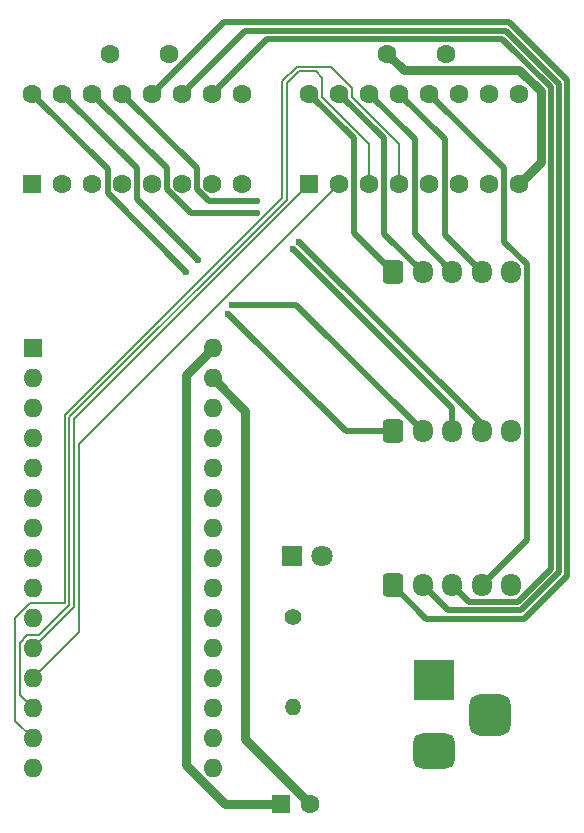
<source format=gbr>
%TF.GenerationSoftware,KiCad,Pcbnew,9.0.0*%
%TF.CreationDate,2025-06-11T13:28:55+03:00*%
%TF.ProjectId,motorControlBoard,6d6f746f-7243-46f6-9e74-726f6c426f61,rev?*%
%TF.SameCoordinates,Original*%
%TF.FileFunction,Copper,L2,Bot*%
%TF.FilePolarity,Positive*%
%FSLAX46Y46*%
G04 Gerber Fmt 4.6, Leading zero omitted, Abs format (unit mm)*
G04 Created by KiCad (PCBNEW 9.0.0) date 2025-06-11 13:28:55*
%MOMM*%
%LPD*%
G01*
G04 APERTURE LIST*
G04 Aperture macros list*
%AMRoundRect*
0 Rectangle with rounded corners*
0 $1 Rounding radius*
0 $2 $3 $4 $5 $6 $7 $8 $9 X,Y pos of 4 corners*
0 Add a 4 corners polygon primitive as box body*
4,1,4,$2,$3,$4,$5,$6,$7,$8,$9,$2,$3,0*
0 Add four circle primitives for the rounded corners*
1,1,$1+$1,$2,$3*
1,1,$1+$1,$4,$5*
1,1,$1+$1,$6,$7*
1,1,$1+$1,$8,$9*
0 Add four rect primitives between the rounded corners*
20,1,$1+$1,$2,$3,$4,$5,0*
20,1,$1+$1,$4,$5,$6,$7,0*
20,1,$1+$1,$6,$7,$8,$9,0*
20,1,$1+$1,$8,$9,$2,$3,0*%
G04 Aperture macros list end*
%TA.AperFunction,ComponentPad*%
%ADD10R,1.800000X1.800000*%
%TD*%
%TA.AperFunction,ComponentPad*%
%ADD11C,1.800000*%
%TD*%
%TA.AperFunction,ComponentPad*%
%ADD12O,1.400000X1.400000*%
%TD*%
%TA.AperFunction,ComponentPad*%
%ADD13C,1.400000*%
%TD*%
%TA.AperFunction,ComponentPad*%
%ADD14R,1.600000X1.600000*%
%TD*%
%TA.AperFunction,ComponentPad*%
%ADD15O,1.600000X1.600000*%
%TD*%
%TA.AperFunction,ComponentPad*%
%ADD16RoundRect,0.250000X-0.600000X-0.725000X0.600000X-0.725000X0.600000X0.725000X-0.600000X0.725000X0*%
%TD*%
%TA.AperFunction,ComponentPad*%
%ADD17O,1.700000X1.950000*%
%TD*%
%TA.AperFunction,ComponentPad*%
%ADD18C,1.600000*%
%TD*%
%TA.AperFunction,ComponentPad*%
%ADD19R,3.500000X3.500000*%
%TD*%
%TA.AperFunction,ComponentPad*%
%ADD20RoundRect,0.750000X1.000000X-0.750000X1.000000X0.750000X-1.000000X0.750000X-1.000000X-0.750000X0*%
%TD*%
%TA.AperFunction,ComponentPad*%
%ADD21RoundRect,0.875000X0.875000X-0.875000X0.875000X0.875000X-0.875000X0.875000X-0.875000X-0.875000X0*%
%TD*%
%TA.AperFunction,ComponentPad*%
%ADD22RoundRect,0.250000X0.550000X-0.550000X0.550000X0.550000X-0.550000X0.550000X-0.550000X-0.550000X0*%
%TD*%
%TA.AperFunction,ViaPad*%
%ADD23C,0.600000*%
%TD*%
%TA.AperFunction,Conductor*%
%ADD24C,0.800000*%
%TD*%
%TA.AperFunction,Conductor*%
%ADD25C,0.500000*%
%TD*%
%TA.AperFunction,Conductor*%
%ADD26C,0.200000*%
%TD*%
G04 APERTURE END LIST*
D10*
%TO.P,D1,1,K*%
%TO.N,Net-(D1-K)*%
X133460000Y-66000000D03*
D11*
%TO.P,D1,2,A*%
%TO.N,Net-(A1-VIN)*%
X136000000Y-66000000D03*
%TD*%
D12*
%TO.P,R1,2*%
%TO.N,GND*%
X133500000Y-78810000D03*
D13*
%TO.P,R1,1*%
%TO.N,Net-(D1-K)*%
X133500000Y-71190000D03*
%TD*%
D14*
%TO.P,A1,1,D1/TX*%
%TO.N,unconnected-(A1-D1{slash}TX-Pad1)*%
X111500000Y-48450000D03*
D15*
%TO.P,A1,2,D0/RX*%
%TO.N,unconnected-(A1-D0{slash}RX-Pad2)*%
X111500000Y-50990000D03*
%TO.P,A1,3,~{RESET}*%
%TO.N,unconnected-(A1-~{RESET}-Pad3)*%
X111500000Y-53530000D03*
%TO.P,A1,4,GND*%
%TO.N,GND*%
X111500000Y-56070000D03*
%TO.P,A1,5,D2*%
%TO.N,Net-(A1-D2)*%
X111500000Y-58610000D03*
%TO.P,A1,6,D3*%
%TO.N,Net-(A1-D3)*%
X111500000Y-61150000D03*
%TO.P,A1,7,D4*%
%TO.N,Net-(A1-D4)*%
X111500000Y-63690000D03*
%TO.P,A1,8,D5*%
%TO.N,Net-(A1-D5)*%
X111500000Y-66230000D03*
%TO.P,A1,9,D6*%
%TO.N,unconnected-(A1-D6-Pad9)*%
X111500000Y-68770000D03*
%TO.P,A1,10,D7*%
%TO.N,unconnected-(A1-D7-Pad10)*%
X111500000Y-71310000D03*
%TO.P,A1,11,D8*%
%TO.N,Net-(A1-D8)*%
X111500000Y-73850000D03*
%TO.P,A1,12,D9*%
%TO.N,Net-(A1-D9)*%
X111500000Y-76390000D03*
%TO.P,A1,13,D10*%
%TO.N,Net-(A1-D10)*%
X111500000Y-78930000D03*
%TO.P,A1,14,D11*%
%TO.N,Net-(A1-D11)*%
X111500000Y-81470000D03*
%TO.P,A1,15,D12*%
%TO.N,unconnected-(A1-D12-Pad15)*%
X111500000Y-84010000D03*
%TO.P,A1,16,D13*%
%TO.N,unconnected-(A1-D13-Pad16)*%
X126740000Y-84010000D03*
%TO.P,A1,17,3V3*%
%TO.N,unconnected-(A1-3V3-Pad17)*%
X126740000Y-81470000D03*
%TO.P,A1,18,AREF*%
%TO.N,unconnected-(A1-AREF-Pad18)*%
X126740000Y-78930000D03*
%TO.P,A1,19,A0*%
%TO.N,Net-(A1-A0)*%
X126740000Y-76390000D03*
%TO.P,A1,20,A1*%
%TO.N,Net-(A1-A1)*%
X126740000Y-73850000D03*
%TO.P,A1,21,A2*%
%TO.N,Net-(A1-A2)*%
X126740000Y-71310000D03*
%TO.P,A1,22,A3*%
%TO.N,Net-(A1-A3)*%
X126740000Y-68770000D03*
%TO.P,A1,23,A4*%
%TO.N,unconnected-(A1-A4-Pad23)*%
X126740000Y-66230000D03*
%TO.P,A1,24,A5*%
%TO.N,unconnected-(A1-A5-Pad24)*%
X126740000Y-63690000D03*
%TO.P,A1,25,A6*%
%TO.N,unconnected-(A1-A6-Pad25)*%
X126740000Y-61150000D03*
%TO.P,A1,26,A7*%
%TO.N,unconnected-(A1-A7-Pad26)*%
X126740000Y-58610000D03*
%TO.P,A1,27,+5V*%
%TO.N,unconnected-(A1-+5V-Pad27)*%
X126740000Y-56070000D03*
%TO.P,A1,28,~{RESET}*%
%TO.N,unconnected-(A1-~{RESET}-Pad28)*%
X126740000Y-53530000D03*
%TO.P,A1,29,GND*%
%TO.N,GND*%
X126740000Y-50990000D03*
%TO.P,A1,30,VIN*%
%TO.N,Net-(A1-VIN)*%
X126740000Y-48450000D03*
%TD*%
D16*
%TO.P,J4,1,1*%
%TO.N,Net-(U1-O5)*%
X142000000Y-68500000D03*
D17*
%TO.P,J4,2,2*%
%TO.N,Net-(U1-O6)*%
X144500000Y-68500000D03*
%TO.P,J4,3,3*%
%TO.N,Net-(U1-O7)*%
X147000000Y-68500000D03*
%TO.P,J4,4,4*%
%TO.N,Net-(U2-O5)*%
X149500000Y-68500000D03*
%TO.P,J4,5,5*%
%TO.N,Net-(A1-VIN)*%
X152000000Y-68500000D03*
%TD*%
D16*
%TO.P,J2,1,1*%
%TO.N,Net-(U1-O1)*%
X142000000Y-55475000D03*
D17*
%TO.P,J2,2,2*%
%TO.N,Net-(U1-O2)*%
X144500000Y-55475000D03*
%TO.P,J2,3,3*%
%TO.N,Net-(U1-O3)*%
X147000000Y-55475000D03*
%TO.P,J2,4,4*%
%TO.N,Net-(U1-O4)*%
X149500000Y-55475000D03*
%TO.P,J2,5,5*%
%TO.N,Net-(A1-VIN)*%
X152000000Y-55475000D03*
%TD*%
D18*
%TO.P,C2,1*%
%TO.N,Net-(A1-VIN)*%
X146500000Y-23500000D03*
%TO.P,C2,2*%
%TO.N,GND*%
X141500000Y-23500000D03*
%TD*%
D16*
%TO.P,J3,1,1*%
%TO.N,Net-(U2-O1)*%
X142000000Y-41975000D03*
D17*
%TO.P,J3,2,2*%
%TO.N,Net-(U2-O2)*%
X144500000Y-41975000D03*
%TO.P,J3,3,3*%
%TO.N,Net-(U2-O3)*%
X147000000Y-41975000D03*
%TO.P,J3,4,4*%
%TO.N,Net-(U2-O4)*%
X149500000Y-41975000D03*
%TO.P,J3,5,5*%
%TO.N,Net-(A1-VIN)*%
X152000000Y-41975000D03*
%TD*%
D19*
%TO.P,J1,1*%
%TO.N,Net-(A1-VIN)*%
X145500000Y-76500000D03*
D20*
%TO.P,J1,2*%
%TO.N,GND*%
X145500000Y-82500000D03*
D21*
%TO.P,J1,3*%
%TO.N,N/C*%
X150200000Y-79500000D03*
%TD*%
D22*
%TO.P,U1,1,I1*%
%TO.N,Net-(A1-D2)*%
X111460000Y-34500000D03*
D18*
%TO.P,U1,2,I2*%
%TO.N,Net-(A1-D3)*%
X114000000Y-34500000D03*
%TO.P,U1,3,I3*%
%TO.N,Net-(A1-D4)*%
X116540000Y-34500000D03*
%TO.P,U1,4,I4*%
%TO.N,Net-(A1-D5)*%
X119080000Y-34500000D03*
%TO.P,U1,5,I5*%
%TO.N,Net-(A1-A1)*%
X121620000Y-34500000D03*
%TO.P,U1,6,I6*%
%TO.N,Net-(A1-A2)*%
X124160000Y-34500000D03*
%TO.P,U1,7,I7*%
%TO.N,Net-(A1-A3)*%
X126700000Y-34500000D03*
%TO.P,U1,8,GND*%
%TO.N,GND*%
X129240000Y-34500000D03*
%TO.P,U1,9,COM*%
%TO.N,Net-(A1-VIN)*%
X129240000Y-26880000D03*
%TO.P,U1,10,O7*%
%TO.N,Net-(U1-O7)*%
X126700000Y-26880000D03*
%TO.P,U1,11,O6*%
%TO.N,Net-(U1-O6)*%
X124160000Y-26880000D03*
%TO.P,U1,12,O5*%
%TO.N,Net-(U1-O5)*%
X121620000Y-26880000D03*
%TO.P,U1,13,O4*%
%TO.N,Net-(U1-O4)*%
X119080000Y-26880000D03*
%TO.P,U1,14,O3*%
%TO.N,Net-(U1-O3)*%
X116540000Y-26880000D03*
%TO.P,U1,15,O2*%
%TO.N,Net-(U1-O2)*%
X114000000Y-26880000D03*
%TO.P,U1,16,O1*%
%TO.N,Net-(U1-O1)*%
X111460000Y-26880000D03*
%TD*%
%TO.P,C1,1*%
%TO.N,Net-(A1-VIN)*%
X123000000Y-23500000D03*
%TO.P,C1,2*%
%TO.N,GND*%
X118000000Y-23500000D03*
%TD*%
D22*
%TO.P,U2,1,I1*%
%TO.N,Net-(A1-D8)*%
X134920000Y-34500000D03*
D18*
%TO.P,U2,2,I2*%
%TO.N,Net-(A1-D9)*%
X137460000Y-34500000D03*
%TO.P,U2,3,I3*%
%TO.N,Net-(A1-D10)*%
X140000000Y-34500000D03*
%TO.P,U2,4,I4*%
%TO.N,Net-(A1-D11)*%
X142540000Y-34500000D03*
%TO.P,U2,5,I5*%
%TO.N,Net-(A1-A0)*%
X145080000Y-34500000D03*
%TO.P,U2,6,I6*%
%TO.N,unconnected-(U2-I6-Pad6)*%
X147620000Y-34500000D03*
%TO.P,U2,7,I7*%
%TO.N,unconnected-(U2-I7-Pad7)*%
X150160000Y-34500000D03*
%TO.P,U2,8,GND*%
%TO.N,GND*%
X152700000Y-34500000D03*
%TO.P,U2,9,COM*%
%TO.N,Net-(A1-VIN)*%
X152700000Y-26880000D03*
%TO.P,U2,10,O7*%
%TO.N,unconnected-(U2-O7-Pad10)*%
X150160000Y-26880000D03*
%TO.P,U2,11,O6*%
%TO.N,unconnected-(U2-O6-Pad11)*%
X147620000Y-26880000D03*
%TO.P,U2,12,O5*%
%TO.N,Net-(U2-O5)*%
X145080000Y-26880000D03*
%TO.P,U2,13,O4*%
%TO.N,Net-(U2-O4)*%
X142540000Y-26880000D03*
%TO.P,U2,14,O3*%
%TO.N,Net-(U2-O3)*%
X140000000Y-26880000D03*
%TO.P,U2,15,O2*%
%TO.N,Net-(U2-O2)*%
X137460000Y-26880000D03*
%TO.P,U2,16,O1*%
%TO.N,Net-(U2-O1)*%
X134920000Y-26880000D03*
%TD*%
D14*
%TO.P,C4,1*%
%TO.N,Net-(A1-VIN)*%
X132500000Y-87000000D03*
D18*
%TO.P,C4,2*%
%TO.N,GND*%
X135000000Y-87000000D03*
%TD*%
D23*
%TO.N,Net-(U1-O1)*%
X124500000Y-42000000D03*
X128000000Y-45500000D03*
%TO.N,Net-(U1-O2)*%
X125500000Y-41000000D03*
X128340000Y-44775844D03*
%TO.N,Net-(U1-O3)*%
X130468635Y-36968635D03*
X133500000Y-40000000D03*
%TO.N,Net-(U1-O4)*%
X134065687Y-39434313D03*
X130500000Y-36000000D03*
%TD*%
D24*
%TO.N,Net-(A1-VIN)*%
X124500000Y-83751314D02*
X124500000Y-50690000D01*
X124500000Y-50690000D02*
X126740000Y-48450000D01*
X127748686Y-87000000D02*
X124500000Y-83751314D01*
X132500000Y-87000000D02*
X127748686Y-87000000D01*
D25*
%TO.N,Net-(U1-O7)*%
X155351000Y-67113892D02*
X152538892Y-69926000D01*
X155351000Y-26346190D02*
X155351000Y-67113892D01*
X151253810Y-22249000D02*
X155351000Y-26346190D01*
X131331000Y-22249000D02*
X151253810Y-22249000D01*
X152538892Y-69926000D02*
X148426000Y-69926000D01*
X148426000Y-69926000D02*
X147000000Y-68500000D01*
X126700000Y-26880000D02*
X131331000Y-22249000D01*
%TO.N,Net-(U1-O6)*%
X124160000Y-26880000D02*
X129492000Y-21548000D01*
X152829256Y-70627000D02*
X146627000Y-70627000D01*
X151544174Y-21548000D02*
X156052000Y-26055826D01*
X156052000Y-26055826D02*
X156052000Y-67404256D01*
X146627000Y-70627000D02*
X144500000Y-68500000D01*
X156052000Y-67404256D02*
X152829256Y-70627000D01*
X129492000Y-21548000D02*
X151544174Y-21548000D01*
%TO.N,Net-(U2-O5)*%
X153301000Y-41311108D02*
X153301000Y-64699000D01*
X153301000Y-64699000D02*
X149500000Y-68500000D01*
X151411000Y-33211000D02*
X151411000Y-39421108D01*
X145080000Y-26880000D02*
X151411000Y-33211000D01*
X151411000Y-39421108D02*
X153301000Y-41311108D01*
%TO.N,Net-(U1-O5)*%
X127653000Y-20847000D02*
X151834538Y-20847000D01*
X151834538Y-20847000D02*
X156753000Y-25765462D01*
X156753000Y-25765462D02*
X156753000Y-67694620D01*
X153119620Y-71328000D02*
X144828000Y-71328000D01*
X144828000Y-71328000D02*
X142000000Y-68500000D01*
X156753000Y-67694620D02*
X153119620Y-71328000D01*
X121620000Y-26880000D02*
X127653000Y-20847000D01*
%TO.N,Net-(U1-O1)*%
X111460000Y-26880000D02*
X117829000Y-33249000D01*
X137975000Y-55475000D02*
X142000000Y-55475000D01*
X117829000Y-33249000D02*
X117829000Y-35329000D01*
X128000000Y-45500000D02*
X137975000Y-55475000D01*
X117829000Y-35329000D02*
X124500000Y-42000000D01*
%TO.N,Net-(U1-O2)*%
X133800844Y-44775844D02*
X144500000Y-55475000D01*
X128340000Y-44775844D02*
X133800844Y-44775844D01*
X120331000Y-35831000D02*
X125500000Y-41000000D01*
X120331000Y-33211000D02*
X120331000Y-35831000D01*
X114000000Y-26880000D02*
X120331000Y-33211000D01*
%TO.N,Net-(U1-O3)*%
X147000000Y-53500000D02*
X147000000Y-55475000D01*
X116540000Y-26880000D02*
X122871000Y-33211000D01*
X133500000Y-40000000D02*
X147000000Y-53500000D01*
X124859453Y-36968635D02*
X130468635Y-36968635D01*
X122871000Y-34980182D02*
X124859453Y-36968635D01*
X122871000Y-33211000D02*
X122871000Y-34980182D01*
%TO.N,Net-(U1-O4)*%
X125411000Y-33211000D02*
X125411000Y-34980182D01*
X126430818Y-36000000D02*
X130500000Y-36000000D01*
X149500000Y-54868626D02*
X149500000Y-55475000D01*
X125411000Y-34980182D02*
X126430818Y-36000000D01*
X134065687Y-39434313D02*
X149500000Y-54868626D01*
X119080000Y-26880000D02*
X125411000Y-33211000D01*
%TO.N,Net-(U2-O3)*%
X143829000Y-30709000D02*
X143829000Y-38804000D01*
X143829000Y-38804000D02*
X147000000Y-41975000D01*
X140000000Y-26880000D02*
X143829000Y-30709000D01*
%TO.N,Net-(U2-O2)*%
X141251000Y-30671000D02*
X141251000Y-38726000D01*
X141251000Y-38726000D02*
X144500000Y-41975000D01*
X137460000Y-26880000D02*
X141251000Y-30671000D01*
%TO.N,Net-(U2-O4)*%
X146369000Y-30709000D02*
X146369000Y-38844000D01*
X146369000Y-38844000D02*
X149500000Y-41975000D01*
X142540000Y-26880000D02*
X146369000Y-30709000D01*
%TO.N,Net-(U2-O1)*%
X138711000Y-30671000D02*
X138711000Y-38686000D01*
X138711000Y-38686000D02*
X142000000Y-41975000D01*
X134920000Y-26880000D02*
X138711000Y-30671000D01*
D26*
%TO.N,Net-(A1-D10)*%
X134000000Y-25000000D02*
X135500000Y-25000000D01*
X114599000Y-70183900D02*
X114599000Y-54253900D01*
X111500000Y-78930000D02*
X110399000Y-77829000D01*
X133000000Y-35852900D02*
X133000000Y-26000000D01*
X110399000Y-77829000D02*
X110399000Y-73393950D01*
X135500000Y-25000000D02*
X136021000Y-25521000D01*
X112033900Y-72749000D02*
X114599000Y-70183900D01*
X133000000Y-26000000D02*
X134000000Y-25000000D01*
X114599000Y-54253900D02*
X133000000Y-35852900D01*
X110399000Y-73393950D02*
X111043950Y-72749000D01*
X111043950Y-72749000D02*
X112033900Y-72749000D01*
X136021000Y-27201768D02*
X140000000Y-31180768D01*
X136021000Y-25521000D02*
X136021000Y-27201768D01*
X140000000Y-31180768D02*
X140000000Y-34500000D01*
%TO.N,Net-(A1-D9)*%
X111500000Y-76390000D02*
X115401000Y-72489000D01*
X115401000Y-72489000D02*
X115401000Y-56559000D01*
X115401000Y-56559000D02*
X137460000Y-34500000D01*
%TO.N,Net-(A1-D8)*%
X115000000Y-54420000D02*
X134920000Y-34500000D01*
X111500000Y-73850000D02*
X115000000Y-70350000D01*
X115000000Y-70350000D02*
X115000000Y-54420000D01*
%TO.N,Net-(A1-D11)*%
X114198000Y-70017800D02*
X114198000Y-54087800D01*
X133833900Y-24599000D02*
X136736050Y-24599000D01*
X114198000Y-54087800D02*
X132599000Y-35686800D01*
X109998000Y-71254950D02*
X111235150Y-70017800D01*
X132599000Y-25833900D02*
X133833900Y-24599000D01*
X109998000Y-79968000D02*
X109998000Y-71254950D01*
X111500000Y-81470000D02*
X109998000Y-79968000D01*
X138561000Y-27201768D02*
X142540000Y-31180768D01*
X111235150Y-70017800D02*
X114198000Y-70017800D01*
X142540000Y-31180768D02*
X142540000Y-34500000D01*
X132599000Y-35686800D02*
X132599000Y-25833900D01*
X136736050Y-24599000D02*
X138561000Y-26423950D01*
X138561000Y-26423950D02*
X138561000Y-27201768D01*
D24*
%TO.N,GND*%
X152702314Y-24901000D02*
X154500000Y-26698686D01*
X135000000Y-87000000D02*
X129500000Y-81500000D01*
X154500000Y-26698686D02*
X154500000Y-32700000D01*
X154500000Y-32700000D02*
X152700000Y-34500000D01*
X129500000Y-81500000D02*
X129500000Y-53750000D01*
X141500000Y-23500000D02*
X142901000Y-24901000D01*
X142901000Y-24901000D02*
X152702314Y-24901000D01*
X129500000Y-53750000D02*
X126740000Y-50990000D01*
%TD*%
M02*

</source>
